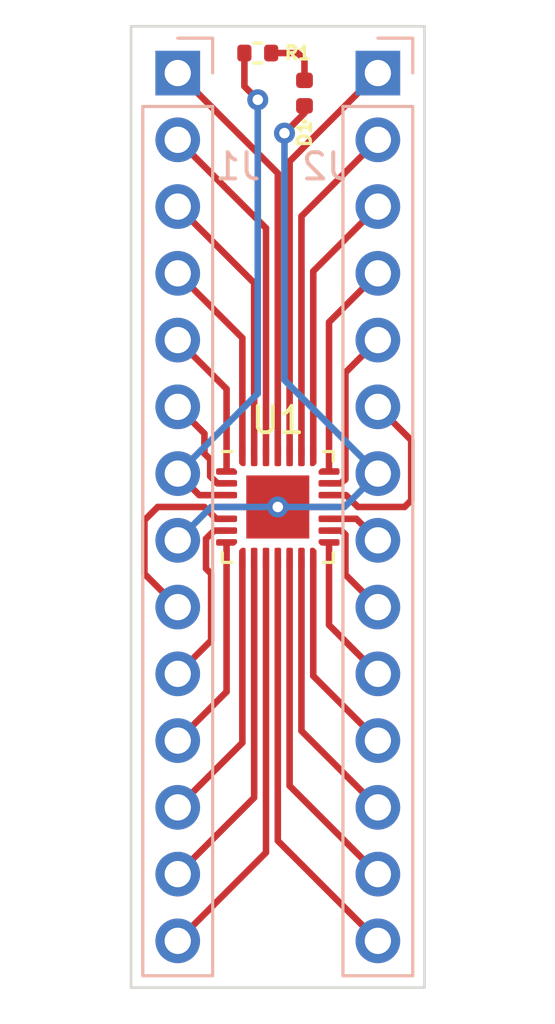
<source format=kicad_pcb>
(kicad_pcb (version 20211014) (generator pcbnew)
  (layers (0 "F.Cu" signal) (31 "B.Cu" signal) (34 "B.Paste" user) (35 "F.Paste" user) (36 "B.SilkS" user "B.Silkscreen") (37 "F.SilkS" user "F.Silkscreen") (38 "B.Mask" user) (39 "F.Mask" user) (44 "Edge.Cuts" user))
  (net 0 "")
  (net 1 "GND")
  (net 2 "Net-(D1-Pad2)")
  (net 3 "Net-(J1-Pad1)")
  (net 4 "Net-(J1-Pad2)")
  (net 5 "Net-(J1-Pad3)")
  (net 6 "Net-(J1-Pad4)")
  (net 7 "Net-(J1-Pad5)")
  (net 8 "Net-(J1-Pad6)")
  (net 9 "Net-(J1-Pad7)")
  (net 10 "Net-(J1-Pad9)")
  (net 11 "Net-(J1-Pad10)")
  (net 12 "Net-(J1-Pad11)")
  (net 13 "Net-(J1-Pad12)")
  (net 14 "Net-(J1-Pad13)")
  (net 15 "Net-(J1-Pad14)")
  (net 16 "Net-(J2-Pad1)")
  (net 17 "Net-(J2-Pad2)")
  (net 18 "Net-(J2-Pad3)")
  (net 19 "Net-(J2-Pad4)")
  (net 20 "Net-(J2-Pad5)")
  (net 21 "Net-(J2-Pad6)")
  (net 22 "Net-(J2-Pad8)")
  (net 23 "Net-(J2-Pad9)")
  (net 24 "Net-(J2-Pad10)")
  (net 25 "Net-(J2-Pad11)")
  (net 26 "Net-(J2-Pad12)")
  (net 27 "Net-(J2-Pad13)")
  (net 28 "Net-(J2-Pad14)")
  (footprint "LED_SMD:LED_0402_1005Metric" (layer "F.Cu") (at 170.688 78.232 90)
    (fp_text reference "D1" (at -1.547 0 90) (layer "F.SilkS") (effects (font (size 0.5 0.5) (thickness 0.125))))
    (fp_text value "LED")
    (fp_circle (center -1.09 0) (end -1.04 0) (layer "F.SilkS") (width 0.1) (fill none))
    (pad "1" smd roundrect (at -0.485 0 90) (size 0.59 0.64) (layers "F.Cu" "F.Paste" "F.Mask") (net 1 "GND"))
    (pad "2" smd roundrect (at 0.485 0 90) (size 0.59 0.64) (layers "F.Cu" "F.Paste" "F.Mask") (net 2 "Net-(D1-Pad2)"))
  )
  (footprint "Package_DFN_QFN:QFN-28-1EP_4x4mm_P0.45mm_EP2.4x2.4mm" (layer "F.Cu") (at 169.672 93.98)
    (fp_text reference "U1" (at 0 -3.3) (layer "F.SilkS"))
    (fp_text value "ATmega328P-MM")
    (fp_line (start 2.11 -2.11) (end 2.11 -1.735) (layer "F.SilkS") (width 0.12))
    (fp_line (start -2.11 2.11) (end -2.11 1.735) (layer "F.SilkS") (width 0.12))
    (fp_line (start -1.735 -2.11) (end -2.11 -2.11) (layer "F.SilkS") (width 0.12))
    (fp_line (start 1.735 2.11) (end 2.11 2.11) (layer "F.SilkS") (width 0.12))
    (fp_line (start -1.735 2.11) (end -2.11 2.11) (layer "F.SilkS") (width 0.12))
    (fp_line (start 1.735 -2.11) (end 2.11 -2.11) (layer "F.SilkS") (width 0.12))
    (fp_line (start 2.11 2.11) (end 2.11 1.735) (layer "F.SilkS") (width 0.12))
    (pad "1" smd custom (at -1.95 -1.35) (size 0.179289 0.179289) (layers "F.Cu" "F.Paste" "F.Mask") (net 7 "Net-(J1-Pad5)") (options (clearance outline) (anchor circle)) (primitives (gr_poly (pts (xy 0.3375 0.000888) (xy 0.3375 0.0625) (xy -0.3375 0.0625) (xy -0.3375 -0.0625) (xy 0.274112 -0.0625)) (width 0.125) (fill yes))))
    (pad "2" smd roundrect (at -1.95 -0.9) (size 0.8 0.25) (layers "F.Cu" "F.Paste" "F.Mask") (net 8 "Net-(J1-Pad6)"))
    (pad "3" smd roundrect (at -1.95 -0.45) (size 0.8 0.25) (layers "F.Cu" "F.Paste" "F.Mask") (net 9 "Net-(J1-Pad7)"))
    (pad "4" smd roundrect (at -1.95 0) (size 0.8 0.25) (layers "F.Cu" "F.Paste" "F.Mask") (net 1 "GND"))
    (pad "5" smd roundrect (at -1.95 0.45) (size 0.8 0.25) (layers "F.Cu" "F.Paste" "F.Mask") (net 10 "Net-(J1-Pad9)"))
    (pad "6" smd roundrect (at -1.95 0.9) (size 0.8 0.25) (layers "F.Cu" "F.Paste" "F.Mask") (net 11 "Net-(J1-Pad10)"))
    (pad "7" smd custom (at -1.95 1.35) (size 0.179289 0.179289) (layers "F.Cu" "F.Paste" "F.Mask") (net 12 "Net-(J1-Pad11)") (options (clearance outline) (anchor circle)) (primitives (gr_poly (pts (xy 0.3375 -0.000888) (xy 0.274112 0.0625) (xy -0.3375 0.0625) (xy -0.3375 -0.0625) (xy 0.3375 -0.0625)) (width 0.125) (fill yes))))
    (pad "8" smd custom (at -1.35 1.95) (size 0.179289 0.179289) (layers "F.Cu" "F.Paste" "F.Mask") (net 13 "Net-(J1-Pad12)") (options (clearance outline) (anchor circle)) (primitives (gr_poly (pts (xy 0.0625 0.3375) (xy -0.0625 0.3375) (xy -0.0625 -0.274112) (xy 0.000888 -0.3375) (xy 0.0625 -0.3375)) (width 0.125) (fill yes))))
    (pad "9" smd roundrect (at -0.9 1.95) (size 0.25 0.8) (layers "F.Cu" "F.Paste" "F.Mask") (net 14 "Net-(J1-Pad13)"))
    (pad "10" smd roundrect (at -0.45 1.95) (size 0.25 0.8) (layers "F.Cu" "F.Paste" "F.Mask") (net 15 "Net-(J1-Pad14)"))
    (pad "11" smd roundrect (at 0 1.95) (size 0.25 0.8) (layers "F.Cu" "F.Paste" "F.Mask") (net 28 "Net-(J2-Pad14)"))
    (pad "12" smd roundrect (at 0.45 1.95) (size 0.25 0.8) (layers "F.Cu" "F.Paste" "F.Mask") (net 27 "Net-(J2-Pad13)"))
    (pad "13" smd roundrect (at 0.9 1.95) (size 0.25 0.8) (layers "F.Cu" "F.Paste" "F.Mask") (net 26 "Net-(J2-Pad12)"))
    (pad "14" smd custom (at 1.35 1.95) (size 0.179289 0.179289) (layers "F.Cu" "F.Paste" "F.Mask") (net 25 "Net-(J2-Pad11)") (options (clearance outline) (anchor circle)) (primitives (gr_poly (pts (xy 0.0625 -0.274112) (xy 0.0625 0.3375) (xy -0.0625 0.3375) (xy -0.0625 -0.3375) (xy -0.000888 -0.3375)) (width 0.125) (fill yes))))
    (pad "15" smd custom (at 1.95 1.35) (size 0.179289 0.179289) (layers "F.Cu" "F.Paste" "F.Mask") (net 24 "Net-(J2-Pad10)") (options (clearance outline) (anchor circle)) (primitives (gr_poly (pts (xy 0.3375 0.0625) (xy -0.274112 0.0625) (xy -0.3375 -0.000888) (xy -0.3375 -0.0625) (xy 0.3375 -0.0625)) (width 0.125) (fill yes))))
    (pad "16" smd roundrect (at 1.95 0.9) (size 0.8 0.25) (layers "F.Cu" "F.Paste" "F.Mask") (net 23 "Net-(J2-Pad9)"))
    (pad "17" smd roundrect (at 1.95 0.45) (size 0.8 0.25) (layers "F.Cu" "F.Paste" "F.Mask") (net 22 "Net-(J2-Pad8)"))
    (pad "18" smd roundrect (at 1.95 0) (size 0.8 0.25) (layers "F.Cu" "F.Paste" "F.Mask") (net 1 "GND"))
    (pad "19" smd roundrect (at 1.95 -0.45) (size 0.8 0.25) (layers "F.Cu" "F.Paste" "F.Mask") (net 21 "Net-(J2-Pad6)"))
    (pad "20" smd roundrect (at 1.95 -0.9) (size 0.8 0.25) (layers "F.Cu" "F.Paste" "F.Mask") (net 20 "Net-(J2-Pad5)"))
    (pad "21" smd custom (at 1.95 -1.35) (size 0.179289 0.179289) (layers "F.Cu" "F.Paste" "F.Mask") (net 19 "Net-(J2-Pad4)") (options (clearance outline) (anchor circle)) (primitives (gr_poly (pts (xy 0.3375 0.0625) (xy -0.3375 0.0625) (xy -0.3375 0.000888) (xy -0.274112 -0.0625) (xy 0.3375 -0.0625)) (width 0.125) (fill yes))))
    (pad "22" smd custom (at 1.35 -1.95) (size 0.179289 0.179289) (layers "F.Cu" "F.Paste" "F.Mask") (net 18 "Net-(J2-Pad3)") (options (clearance outline) (anchor circle)) (primitives (gr_poly (pts (xy 0.0625 0.274112) (xy -0.000888 0.3375) (xy -0.0625 0.3375) (xy -0.0625 -0.3375) (xy 0.0625 -0.3375)) (width 0.125) (fill yes))))
    (pad "23" smd roundrect (at 0.9 -1.95) (size 0.25 0.8) (layers "F.Cu" "F.Paste" "F.Mask") (net 17 "Net-(J2-Pad2)"))
    (pad "24" smd roundrect (at 0.45 -1.95) (size 0.25 0.8) (layers "F.Cu" "F.Paste" "F.Mask") (net 16 "Net-(J2-Pad1)"))
    (pad "25" smd roundrect (at 0 -1.95) (size 0.25 0.8) (layers "F.Cu" "F.Paste" "F.Mask") (net 3 "Net-(J1-Pad1)"))
    (pad "26" smd roundrect (at -0.45 -1.95) (size 0.25 0.8) (layers "F.Cu" "F.Paste" "F.Mask") (net 4 "Net-(J1-Pad2)"))
    (pad "27" smd roundrect (at -0.9 -1.95) (size 0.25 0.8) (layers "F.Cu" "F.Paste" "F.Mask") (net 5 "Net-(J1-Pad3)"))
    (pad "28" smd custom (at -1.35 -1.95) (size 0.179289 0.179289) (layers "F.Cu" "F.Paste" "F.Mask") (net 6 "Net-(J1-Pad4)") (options (clearance outline) (anchor circle)) (primitives (gr_poly (pts (xy 0.0625 0.3375) (xy 0.000888 0.3375) (xy -0.0625 0.274112) (xy -0.0625 -0.3375) (xy 0.0625 -0.3375)) (width 0.125) (fill yes))))
    (pad "29" smd rect (at 0 0) (size 2.4 2.4) (layers "F.Cu" "F.Mask") (net 1 "GND"))
  )
  (footprint "Resistor_SMD:R_0402_1005Metric" (layer "F.Cu") (at 168.91 76.708 180)
    (fp_text reference "R1" (at -1.524 0) (layer "F.SilkS") (effects (font (size 0.5 0.5) (thickness 0.125))))
    (fp_text value "1k")
    (fp_line (start -0.153641 0.38) (end 0.153641 0.38) (layer "F.SilkS") (width 0.12))
    (fp_line (start -0.153641 -0.38) (end 0.153641 -0.38) (layer "F.SilkS") (width 0.12))
    (pad "1" smd roundrect (at -0.51 0 180) (size 0.54 0.64) (layers "F.Cu" "F.Paste" "F.Mask") (net 2 "Net-(D1-Pad2)"))
    (pad "2" smd roundrect (at 0.51 0 180) (size 0.54 0.64) (layers "F.Cu" "F.Paste" "F.Mask") (net 9 "Net-(J1-Pad7)"))
  )
  (footprint "Connector_PinHeader_2.54mm:PinHeader_1x14_P2.54mm_Vertical" (layer "B.Cu") (at 165.862 77.47 180)
    (fp_text reference "J1" (at -2.286 -3.556) (layer "B.SilkS") (effects (justify mirror)))
    (fp_text value "Conn_01x14_Male")
    (fp_line (start -1.33 -1.27) (end 1.33 -1.27) (layer "B.SilkS") (width 0.12))
    (fp_line (start -1.33 -1.27) (end -1.33 -34.35) (layer "B.SilkS") (width 0.12))
    (fp_line (start -1.33 0) (end -1.33 1.33) (layer "B.SilkS") (width 0.12))
    (fp_line (start 1.33 -1.27) (end 1.33 -34.35) (layer "B.SilkS") (width 0.12))
    (fp_line (start -1.33 1.33) (end 0 1.33) (layer "B.SilkS") (width 0.12))
    (fp_line (start -1.33 -34.35) (end 1.33 -34.35) (layer "B.SilkS") (width 0.12))
    (pad "1" thru_hole rect (at 0 0 180) (size 1.7 1.7) (drill 1) (layers *.Cu *.Mask) (net 3 "Net-(J1-Pad1)"))
    (pad "2" thru_hole oval (at 0 -2.54 180) (size 1.7 1.7) (drill 1) (layers *.Cu *.Mask) (net 4 "Net-(J1-Pad2)"))
    (pad "3" thru_hole oval (at 0 -5.08 180) (size 1.7 1.7) (drill 1) (layers *.Cu *.Mask) (net 5 "Net-(J1-Pad3)"))
    (pad "4" thru_hole oval (at 0 -7.62 180) (size 1.7 1.7) (drill 1) (layers *.Cu *.Mask) (net 6 "Net-(J1-Pad4)"))
    (pad "5" thru_hole oval (at 0 -10.16 180) (size 1.7 1.7) (drill 1) (layers *.Cu *.Mask) (net 7 "Net-(J1-Pad5)"))
    (pad "6" thru_hole oval (at 0 -12.7 180) (size 1.7 1.7) (drill 1) (layers *.Cu *.Mask) (net 8 "Net-(J1-Pad6)"))
    (pad "7" thru_hole oval (at 0 -15.24 180) (size 1.7 1.7) (drill 1) (layers *.Cu *.Mask) (net 9 "Net-(J1-Pad7)"))
    (pad "8" thru_hole oval (at 0 -17.78 180) (size 1.7 1.7) (drill 1) (layers *.Cu *.Mask) (net 1 "GND"))
    (pad "9" thru_hole oval (at 0 -20.32 180) (size 1.7 1.7) (drill 1) (layers *.Cu *.Mask) (net 10 "Net-(J1-Pad9)"))
    (pad "10" thru_hole oval (at 0 -22.86 180) (size 1.7 1.7) (drill 1) (layers *.Cu *.Mask) (net 11 "Net-(J1-Pad10)"))
    (pad "11" thru_hole oval (at 0 -25.4 180) (size 1.7 1.7) (drill 1) (layers *.Cu *.Mask) (net 12 "Net-(J1-Pad11)"))
    (pad "12" thru_hole oval (at 0 -27.94 180) (size 1.7 1.7) (drill 1) (layers *.Cu *.Mask) (net 13 "Net-(J1-Pad12)"))
    (pad "13" thru_hole oval (at 0 -30.48 180) (size 1.7 1.7) (drill 1) (layers *.Cu *.Mask) (net 14 "Net-(J1-Pad13)"))
    (pad "14" thru_hole oval (at 0 -33.02 180) (size 1.7 1.7) (drill 1) (layers *.Cu *.Mask) (net 15 "Net-(J1-Pad14)"))
  )
  (footprint "Connector_PinHeader_2.54mm:PinHeader_1x14_P2.54mm_Vertical" (layer "B.Cu") (at 173.482 77.47 180)
    (fp_text reference "J2" (at 2.032 -3.556) (layer "B.SilkS") (effects (justify mirror)))
    (fp_text value "Conn_01x14_Male")
    (fp_line (start -1.33 -1.27) (end -1.33 -34.35) (layer "B.SilkS") (width 0.12))
    (fp_line (start 1.33 -1.27) (end 1.33 -34.35) (layer "B.SilkS") (width 0.12))
    (fp_line (start -1.33 1.33) (end 0 1.33) (layer "B.SilkS") (width 0.12))
    (fp_line (start -1.33 -1.27) (end 1.33 -1.27) (layer "B.SilkS") (width 0.12))
    (fp_line (start -1.33 -34.35) (end 1.33 -34.35) (layer "B.SilkS") (width 0.12))
    (fp_line (start -1.33 0) (end -1.33 1.33) (layer "B.SilkS") (width 0.12))
    (pad "1" thru_hole rect (at 0 0 180) (size 1.7 1.7) (drill 1) (layers *.Cu *.Mask) (net 16 "Net-(J2-Pad1)"))
    (pad "2" thru_hole oval (at 0 -2.54 180) (size 1.7 1.7) (drill 1) (layers *.Cu *.Mask) (net 17 "Net-(J2-Pad2)"))
    (pad "3" thru_hole oval (at 0 -5.08 180) (size 1.7 1.7) (drill 1) (layers *.Cu *.Mask) (net 18 "Net-(J2-Pad3)"))
    (pad "4" thru_hole oval (at 0 -7.62 180) (size 1.7 1.7) (drill 1) (layers *.Cu *.Mask) (net 19 "Net-(J2-Pad4)"))
    (pad "5" thru_hole oval (at 0 -10.16 180) (size 1.7 1.7) (drill 1) (layers *.Cu *.Mask) (net 20 "Net-(J2-Pad5)"))
    (pad "6" thru_hole oval (at 0 -12.7 180) (size 1.7 1.7) (drill 1) (layers *.Cu *.Mask) (net 21 "Net-(J2-Pad6)"))
    (pad "7" thru_hole oval (at 0 -15.24 180) (size 1.7 1.7) (drill 1) (layers *.Cu *.Mask) (net 1 "GND"))
    (pad "8" thru_hole oval (at 0 -17.78 180) (size 1.7 1.7) (drill 1) (layers *.Cu *.Mask) (net 22 "Net-(J2-Pad8)"))
    (pad "9" thru_hole oval (at 0 -20.32 180) (size 1.7 1.7) (drill 1) (layers *.Cu *.Mask) (net 23 "Net-(J2-Pad9)"))
    (pad "10" thru_hole oval (at 0 -22.86 180) (size 1.7 1.7) (drill 1) (layers *.Cu *.Mask) (net 24 "Net-(J2-Pad10)"))
    (pad "11" thru_hole oval (at 0 -25.4 180) (size 1.7 1.7) (drill 1) (layers *.Cu *.Mask) (net 25 "Net-(J2-Pad11)"))
    (pad "12" thru_hole oval (at 0 -27.94 180) (size 1.7 1.7) (drill 1) (layers *.Cu *.Mask) (net 26 "Net-(J2-Pad12)"))
    (pad "13" thru_hole oval (at 0 -30.48 180) (size 1.7 1.7) (drill 1) (layers *.Cu *.Mask) (net 27 "Net-(J2-Pad13)"))
    (pad "14" thru_hole oval (at 0 -33.02 180) (size 1.7 1.7) (drill 1) (layers *.Cu *.Mask) (net 28 "Net-(J2-Pad14)"))
  )
  (gr_rect (start 164.084 75.692) (end 175.26 112.268) (layer "Edge.Cuts") (width 0.1) (fill none))
  (segment (start 170.688 78.994) (end 169.926 79.756) (width 0.25) (layer "F.Cu") (net 1))
  (segment (start 171.622 93.98) (end 169.672 93.98) (width 0.25) (layer "F.Cu") (net 1))
  (segment (start 170.688 78.717) (end 170.688 78.994) (width 0.25) (layer "F.Cu") (net 1))
  (segment (start 167.722 93.98) (end 169.672 93.98) (width 0.25) (layer "F.Cu") (net 1))
  (via (at 169.672 93.98) (size 0.8) (drill 0.4) (layers "F.Cu" "B.Cu") (net 1))
  (via (at 169.926 79.756) (size 0.8) (drill 0.4) (layers "F.Cu" "B.Cu") (net 1))
  (segment (start 169.926 89.154) (end 173.482 92.71) (width 0.25) (layer "B.Cu") (net 1))
  (segment (start 167.132 93.98) (end 169.672 93.98) (width 0.25) (layer "B.Cu") (net 1))
  (segment (start 172.212 93.98) (end 169.672 93.98) (width 0.25) (layer "B.Cu") (net 1))
  (segment (start 173.482 92.71) (end 172.212 93.98) (width 0.25) (layer "B.Cu") (net 1))
  (segment (start 165.862 95.25) (end 167.132 93.98) (width 0.25) (layer "B.Cu") (net 1))
  (segment (start 169.926 79.756) (end 169.926 89.154) (width 0.25) (layer "B.Cu") (net 1))
  (segment (start 170.688 76.962) (end 170.688 77.747) (width 0.25) (layer "F.Cu") (net 2))
  (segment (start 169.42 76.708) (end 170.434 76.708) (width 0.25) (layer "F.Cu") (net 2))
  (segment (start 170.434 76.708) (end 170.688 76.962) (width 0.25) (layer "F.Cu") (net 2))
  (segment (start 169.672 92.03) (end 169.672 81.28) (width 0.25) (layer "F.Cu") (net 3))
  (segment (start 169.672 81.28) (end 165.862 77.47) (width 0.25) (layer "F.Cu") (net 3))
  (segment (start 169.222 83.37) (end 165.862 80.01) (width 0.25) (layer "F.Cu") (net 4))
  (segment (start 169.222 92.03) (end 169.222 83.37) (width 0.25) (layer "F.Cu") (net 4))
  (segment (start 168.772 85.46) (end 165.862 82.55) (width 0.25) (layer "F.Cu") (net 5))
  (segment (start 168.772 92.03) (end 168.772 85.46) (width 0.25) (layer "F.Cu") (net 5))
  (segment (start 168.322 87.55) (end 165.862 85.09) (width 0.25) (layer "F.Cu") (net 6))
  (segment (start 168.322 92.03) (end 168.322 87.55) (width 0.25) (layer "F.Cu") (net 6))
  (segment (start 167.722 92.63) (end 167.722 89.49) (width 0.25) (layer "F.Cu") (net 7))
  (segment (start 167.722 89.49) (end 165.862 87.63) (width 0.25) (layer "F.Cu") (net 7))
  (segment (start 167.722 93.08) (end 167.365414 93.08) (width 0.25) (layer "F.Cu") (net 8))
  (segment (start 167.365414 93.08) (end 167.097 92.811586) (width 0.25) (layer "F.Cu") (net 8))
  (segment (start 167.097 92.167) (end 166.878 91.948) (width 0.25) (layer "F.Cu") (net 8))
  (segment (start 166.878 91.186) (end 165.862 90.17) (width 0.25) (layer "F.Cu") (net 8))
  (segment (start 167.097 92.811586) (end 167.097 92.167) (width 0.25) (layer "F.Cu") (net 8))
  (segment (start 166.878 91.948) (end 166.878 91.186) (width 0.25) (layer "F.Cu") (net 8))
  (segment (start 168.4 77.976) (end 168.91 78.486) (width 0.25) (layer "F.Cu") (net 9))
  (segment (start 167.722 93.53) (end 166.682 93.53) (width 0.25) (layer "F.Cu") (net 9))
  (segment (start 166.682 93.53) (end 165.862 92.71) (width 0.25) (layer "F.Cu") (net 9))
  (segment (start 168.4 76.708) (end 168.4 77.976) (width 0.25) (layer "F.Cu") (net 9))
  (via (at 168.91 78.486) (size 0.8) (drill 0.4) (layers "F.Cu" "B.Cu") (net 9))
  (segment (start 168.91 78.486) (end 168.91 89.662) (width 0.25) (layer "B.Cu") (net 9))
  (segment (start 168.91 89.662) (end 165.862 92.71) (width 0.25) (layer "B.Cu") (net 9))
  (segment (start 165.1 93.98) (end 164.592 94.488) (width 0.25) (layer "F.Cu") (net 10))
  (segment (start 164.592 96.52) (end 165.862 97.79) (width 0.25) (layer "F.Cu") (net 10))
  (segment (start 167.328 94.43) (end 166.878 93.98) (width 0.25) (layer "F.Cu") (net 10))
  (segment (start 164.592 94.488) (end 164.592 96.52) (width 0.25) (layer "F.Cu") (net 10))
  (segment (start 167.722 94.43) (end 167.328 94.43) (width 0.25) (layer "F.Cu") (net 10))
  (segment (start 166.878 93.98) (end 165.1 93.98) (width 0.25) (layer "F.Cu") (net 10))
  (segment (start 167.132 96.52) (end 167.132 99.06) (width 0.25) (layer "F.Cu") (net 11))
  (segment (start 167.248 94.88) (end 166.937 95.191) (width 0.25) (layer "F.Cu") (net 11))
  (segment (start 166.937 95.191) (end 166.937 96.325) (width 0.25) (layer "F.Cu") (net 11))
  (segment (start 166.937 96.325) (end 167.132 96.52) (width 0.25) (layer "F.Cu") (net 11))
  (segment (start 167.132 99.06) (end 165.862 100.33) (width 0.25) (layer "F.Cu") (net 11))
  (segment (start 167.722 94.88) (end 167.248 94.88) (width 0.25) (layer "F.Cu") (net 11))
  (segment (start 167.722 101.01) (end 165.862 102.87) (width 0.25) (layer "F.Cu") (net 12))
  (segment (start 167.722 95.33) (end 167.722 101.01) (width 0.25) (layer "F.Cu") (net 12))
  (segment (start 168.322 95.93) (end 168.322 102.95) (width 0.25) (layer "F.Cu") (net 13))
  (segment (start 168.322 102.95) (end 165.862 105.41) (width 0.25) (layer "F.Cu") (net 13))
  (segment (start 168.772 95.93) (end 168.772 105.04) (width 0.25) (layer "F.Cu") (net 14))
  (segment (start 168.772 105.04) (end 165.862 107.95) (width 0.25) (layer "F.Cu") (net 14))
  (segment (start 169.222 107.13) (end 165.862 110.49) (width 0.25) (layer "F.Cu") (net 15))
  (segment (start 169.222 95.93) (end 169.222 107.13) (width 0.25) (layer "F.Cu") (net 15))
  (segment (start 170.122 80.83) (end 173.482 77.47) (width 0.25) (layer "F.Cu") (net 16))
  (segment (start 170.122 92.03) (end 170.122 80.83) (width 0.25) (layer "F.Cu") (net 16))
  (segment (start 170.572 92.03) (end 170.572 82.92) (width 0.25) (layer "F.Cu") (net 17))
  (segment (start 170.572 82.92) (end 173.482 80.01) (width 0.25) (layer "F.Cu") (net 17))
  (segment (start 171.022 92.03) (end 171.022 85.01) (width 0.25) (layer "F.Cu") (net 18))
  (segment (start 171.022 85.01) (end 173.482 82.55) (width 0.25) (layer "F.Cu") (net 18))
  (segment (start 171.622 86.95) (end 173.482 85.09) (width 0.25) (layer "F.Cu") (net 19))
  (segment (start 171.622 92.63) (end 171.622 86.95) (width 0.25) (layer "F.Cu") (net 19))
  (segment (start 172.247 92.929) (end 172.247 88.865) (width 0.25) (layer "F.Cu") (net 20))
  (segment (start 172.212 92.964) (end 172.247 92.929) (width 0.25) (layer "F.Cu") (net 20))
  (segment (start 172.247 88.865) (end 173.482 87.63) (width 0.25) (layer "F.Cu") (net 20))
  (segment (start 171.622 93.08) (end 172.074 93.08) (width 0.25) (layer "F.Cu") (net 20))
  (segment (start 172.074 93.08) (end 172.19 92.964) (width 0.25) (layer "F.Cu") (net 20))
  (segment (start 172.19 92.964) (end 172.212 92.964) (width 0.25) (layer "F.Cu") (net 20))
  (segment (start 172.27 93.53) (end 172.72 93.98) (width 0.25) (layer "F.Cu") (net 21))
  (segment (start 174.752 93.726) (end 174.752 91.44) (width 0.25) (layer "F.Cu") (net 21))
  (segment (start 174.498 93.98) (end 174.752 93.726) (width 0.25) (layer "F.Cu") (net 21))
  (segment (start 171.622 93.53) (end 172.27 93.53) (width 0.25) (layer "F.Cu") (net 21))
  (segment (start 174.752 91.44) (end 173.482 90.17) (width 0.25) (layer "F.Cu") (net 21))
  (segment (start 172.72 93.98) (end 174.498 93.98) (width 0.25) (layer "F.Cu") (net 21))
  (segment (start 171.622 94.43) (end 172.662 94.43) (width 0.25) (layer "F.Cu") (net 22))
  (segment (start 172.662 94.43) (end 173.482 95.25) (width 0.25) (layer "F.Cu") (net 22))
  (segment (start 171.622 94.88) (end 172.096 94.88) (width 0.25) (layer "F.Cu") (net 23))
  (segment (start 172.247 95.031) (end 172.247 96.555) (width 0.25) (layer "F.Cu") (net 23))
  (segment (start 172.247 96.555) (end 173.482 97.79) (width 0.25) (layer "F.Cu") (net 23))
  (segment (start 172.096 94.88) (end 172.247 95.031) (width 0.25) (layer "F.Cu") (net 23))
  (segment (start 171.622 95.33) (end 171.622 98.47) (width 0.25) (layer "F.Cu") (net 24))
  (segment (start 171.622 98.47) (end 173.482 100.33) (width 0.25) (layer "F.Cu") (net 24))
  (segment (start 171.022 95.93) (end 171.022 100.41) (width 0.25) (layer "F.Cu") (net 25))
  (segment (start 171.022 100.41) (end 173.482 102.87) (width 0.25) (layer "F.Cu") (net 25))
  (segment (start 170.572 102.5) (end 173.482 105.41) (width 0.25) (layer "F.Cu") (net 26))
  (segment (start 170.572 95.93) (end 170.572 102.5) (width 0.25) (layer "F.Cu") (net 26))
  (segment (start 170.122 95.93) (end 170.122 104.59) (width 0.25) (layer "F.Cu") (net 27))
  (segment (start 170.122 104.59) (end 173.482 107.95) (width 0.25) (layer "F.Cu") (net 27))
  (segment (start 169.672 95.93) (end 169.672 106.68) (width 0.25) (layer "F.Cu") (net 28))
  (segment (start 169.672 106.68) (end 173.482 110.49) (width 0.25) (layer "F.Cu") (net 28))
)
</source>
